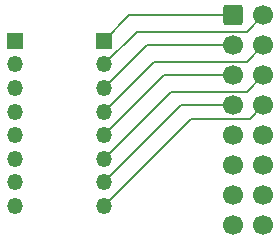
<source format=gbr>
%TF.GenerationSoftware,KiCad,Pcbnew,8.0.0*%
%TF.CreationDate,2024-03-20T18:06:58-05:00*%
%TF.ProjectId,ICD_2x8_16P_ breadboard_breakout,4943445f-3278-4385-9f31-36505f206272,rev?*%
%TF.SameCoordinates,Original*%
%TF.FileFunction,Copper,L1,Top*%
%TF.FilePolarity,Positive*%
%FSLAX46Y46*%
G04 Gerber Fmt 4.6, Leading zero omitted, Abs format (unit mm)*
G04 Created by KiCad (PCBNEW 8.0.0) date 2024-03-20 18:06:58*
%MOMM*%
%LPD*%
G01*
G04 APERTURE LIST*
G04 Aperture macros list*
%AMRoundRect*
0 Rectangle with rounded corners*
0 $1 Rounding radius*
0 $2 $3 $4 $5 $6 $7 $8 $9 X,Y pos of 4 corners*
0 Add a 4 corners polygon primitive as box body*
4,1,4,$2,$3,$4,$5,$6,$7,$8,$9,$2,$3,0*
0 Add four circle primitives for the rounded corners*
1,1,$1+$1,$2,$3*
1,1,$1+$1,$4,$5*
1,1,$1+$1,$6,$7*
1,1,$1+$1,$8,$9*
0 Add four rect primitives between the rounded corners*
20,1,$1+$1,$2,$3,$4,$5,0*
20,1,$1+$1,$4,$5,$6,$7,0*
20,1,$1+$1,$6,$7,$8,$9,0*
20,1,$1+$1,$8,$9,$2,$3,0*%
G04 Aperture macros list end*
%TA.AperFunction,ComponentPad*%
%ADD10RoundRect,0.250000X-0.600000X-0.600000X0.600000X-0.600000X0.600000X0.600000X-0.600000X0.600000X0*%
%TD*%
%TA.AperFunction,ComponentPad*%
%ADD11C,1.700000*%
%TD*%
%TA.AperFunction,ComponentPad*%
%ADD12R,1.350000X1.350000*%
%TD*%
%TA.AperFunction,ComponentPad*%
%ADD13O,1.350000X1.350000*%
%TD*%
%TA.AperFunction,Conductor*%
%ADD14C,0.200000*%
%TD*%
G04 APERTURE END LIST*
D10*
%TO.P,J1,1,Pin_1*%
%TO.N,Net-(J1-Pin_1)*%
X103960000Y-60840000D03*
D11*
%TO.P,J1,2,Pin_2*%
%TO.N,Net-(J1-Pin_2)*%
X106500000Y-60840000D03*
%TO.P,J1,3,Pin_3*%
%TO.N,Net-(J1-Pin_3)*%
X103960000Y-63380000D03*
%TO.P,J1,4,Pin_4*%
%TO.N,Net-(J1-Pin_4)*%
X106500000Y-63380000D03*
%TO.P,J1,5,Pin_5*%
%TO.N,Net-(J1-Pin_5)*%
X103960000Y-65920000D03*
%TO.P,J1,6,Pin_6*%
%TO.N,Net-(J1-Pin_6)*%
X106500000Y-65920000D03*
%TO.P,J1,7,Pin_7*%
%TO.N,Net-(J1-Pin_7)*%
X103960000Y-68460000D03*
%TO.P,J1,8,Pin_8*%
%TO.N,Net-(J1-Pin_8)*%
X106500000Y-68460000D03*
%TO.P,J1,9,Pin_9*%
%TO.N,Net-(J1-Pin_9)*%
X103960000Y-71000000D03*
%TO.P,J1,10,Pin_10*%
%TO.N,Net-(J1-Pin_10)*%
X106500000Y-71000000D03*
%TO.P,J1,11,Pin_11*%
%TO.N,Net-(J1-Pin_11)*%
X103960000Y-73540000D03*
%TO.P,J1,12,Pin_12*%
%TO.N,Net-(J1-Pin_12)*%
X106500000Y-73540000D03*
%TO.P,J1,13,Pin_13*%
%TO.N,Net-(J1-Pin_13)*%
X103960000Y-76080000D03*
%TO.P,J1,14,Pin_14*%
%TO.N,Net-(J1-Pin_14)*%
X106500000Y-76080000D03*
%TO.P,J1,15,Pin_15*%
%TO.N,Net-(J1-Pin_15)*%
X103960000Y-78620000D03*
%TO.P,J1,16,Pin_16*%
%TO.N,Net-(J1-Pin_16)*%
X106500000Y-78620000D03*
%TD*%
D12*
%TO.P,J2,1,Pin_1*%
%TO.N,Net-(J1-Pin_1)*%
X93000000Y-63000000D03*
D13*
%TO.P,J2,2,Pin_2*%
%TO.N,Net-(J1-Pin_2)*%
X93000000Y-65000000D03*
%TO.P,J2,3,Pin_3*%
%TO.N,Net-(J1-Pin_3)*%
X93000000Y-67000000D03*
%TO.P,J2,4,Pin_4*%
%TO.N,Net-(J1-Pin_4)*%
X93000000Y-69000000D03*
%TO.P,J2,5,Pin_5*%
%TO.N,Net-(J1-Pin_5)*%
X93000000Y-71000000D03*
%TO.P,J2,6,Pin_6*%
%TO.N,Net-(J1-Pin_6)*%
X93000000Y-73000000D03*
%TO.P,J2,7,Pin_7*%
%TO.N,Net-(J1-Pin_7)*%
X93000000Y-75000000D03*
%TO.P,J2,8,Pin_8*%
%TO.N,Net-(J1-Pin_8)*%
X93000000Y-77000000D03*
%TD*%
D12*
%TO.P,J3,1,Pin_1*%
%TO.N,Net-(J1-Pin_9)*%
X85450000Y-63000000D03*
D13*
%TO.P,J3,2,Pin_2*%
%TO.N,Net-(J1-Pin_10)*%
X85450000Y-65000000D03*
%TO.P,J3,3,Pin_3*%
%TO.N,Net-(J1-Pin_11)*%
X85450000Y-67000000D03*
%TO.P,J3,4,Pin_4*%
%TO.N,Net-(J1-Pin_12)*%
X85450000Y-69000000D03*
%TO.P,J3,5,Pin_5*%
%TO.N,Net-(J1-Pin_13)*%
X85450000Y-71000000D03*
%TO.P,J3,6,Pin_6*%
%TO.N,Net-(J1-Pin_14)*%
X85450000Y-73000000D03*
%TO.P,J3,7,Pin_7*%
%TO.N,Net-(J1-Pin_15)*%
X85450000Y-75000000D03*
%TO.P,J3,8,Pin_8*%
%TO.N,Net-(J1-Pin_16)*%
X85450000Y-77000000D03*
%TD*%
D14*
%TO.N,Net-(J1-Pin_5)*%
X103960000Y-65920000D02*
X98080000Y-65920000D01*
X98080000Y-65920000D02*
X93000000Y-71000000D01*
%TO.N,Net-(J1-Pin_2)*%
X106500000Y-60840000D02*
X105110000Y-62230000D01*
X105110000Y-62230000D02*
X95770000Y-62230000D01*
X95770000Y-62230000D02*
X93000000Y-65000000D01*
%TO.N,Net-(J1-Pin_4)*%
X97230000Y-64770000D02*
X93000000Y-69000000D01*
X106500000Y-63380000D02*
X105110000Y-64770000D01*
X105110000Y-64770000D02*
X97230000Y-64770000D01*
%TO.N,Net-(J1-Pin_8)*%
X100390000Y-69610000D02*
X93000000Y-77000000D01*
X105350000Y-69610000D02*
X100390000Y-69610000D01*
X106500000Y-68460000D02*
X105350000Y-69610000D01*
%TO.N,Net-(J1-Pin_6)*%
X105110000Y-67310000D02*
X98690000Y-67310000D01*
X106500000Y-65920000D02*
X105110000Y-67310000D01*
X98690000Y-67310000D02*
X93000000Y-73000000D01*
%TO.N,Net-(J1-Pin_1)*%
X103960000Y-60840000D02*
X95160000Y-60840000D01*
X95160000Y-60840000D02*
X93000000Y-63000000D01*
%TO.N,Net-(J1-Pin_3)*%
X96620000Y-63380000D02*
X93000000Y-67000000D01*
X103960000Y-63380000D02*
X96620000Y-63380000D01*
%TO.N,Net-(J1-Pin_7)*%
X99540000Y-68460000D02*
X93000000Y-75000000D01*
X103960000Y-68460000D02*
X99540000Y-68460000D01*
%TD*%
M02*

</source>
